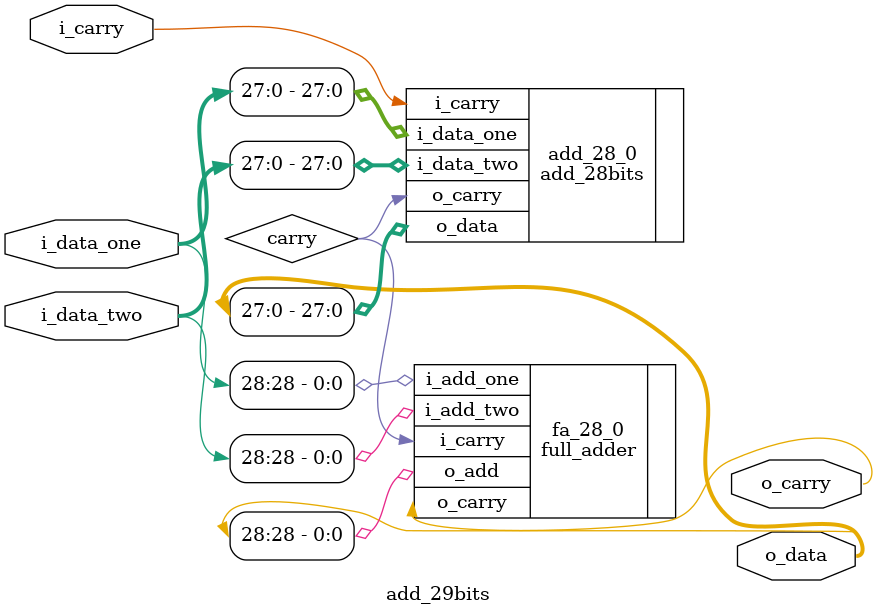
<source format=sv>
module add_29bits(
  input logic  [28:0] i_data_one,
  input logic  [28:0] i_data_two,
  input logic         i_carry,
  
  output logic [28:0] o_data,
  output logic        o_carry
);

  logic carry;

  add_28bits add_28_0(
    .i_data_one (i_data_one[27:0]),
    .i_data_two (i_data_two[27:0]),
    .i_carry    (i_carry),
    .o_data     (o_data[27:0]),
    .o_carry    (carry)
  );
  
  full_adder fa_28_0(
    .i_add_one (i_data_one[28]),
    .i_add_two (i_data_two[28]),
    .i_carry   (carry),
    .o_add     (o_data[28]),
    .o_carry   (o_carry)
  );

endmodule
</source>
